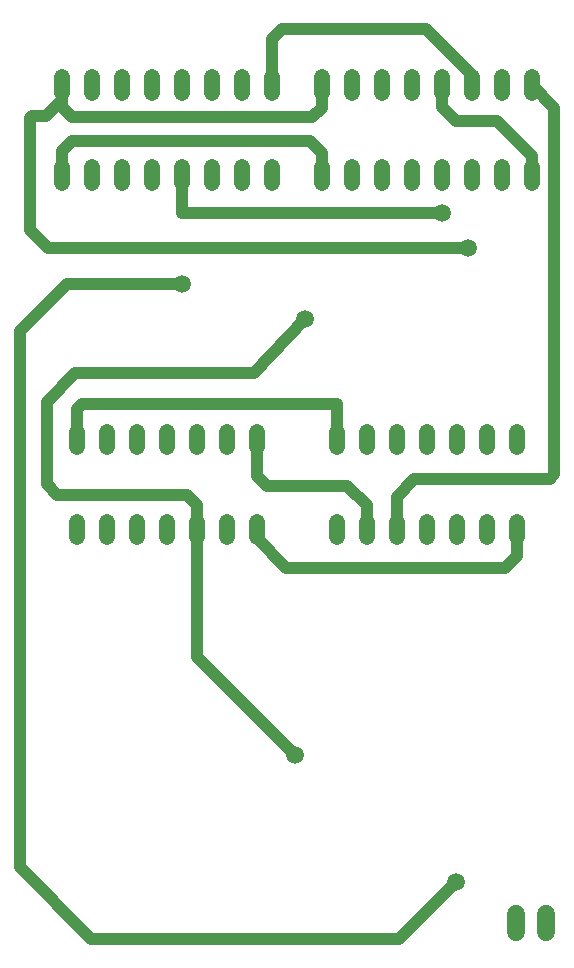
<source format=gbr>
G04 EAGLE Gerber RS-274X export*
G75*
%MOMM*%
%FSLAX34Y34*%
%LPD*%
%INBottom Copper*%
%IPPOS*%
%AMOC8*
5,1,8,0,0,1.08239X$1,22.5*%
G01*
%ADD10C,1.320800*%
%ADD11C,1.524000*%
%ADD12C,1.016000*%
%ADD13C,1.500000*%


D10*
X51100Y655296D02*
X51100Y668504D01*
X76500Y668504D02*
X76500Y655296D01*
X203500Y655296D02*
X203500Y668504D01*
X228900Y668504D02*
X228900Y655296D01*
X101900Y655296D02*
X101900Y668504D01*
X127300Y668504D02*
X127300Y655296D01*
X178100Y655296D02*
X178100Y668504D01*
X152700Y668504D02*
X152700Y655296D01*
X228900Y731496D02*
X228900Y744704D01*
X203500Y744704D02*
X203500Y731496D01*
X178100Y731496D02*
X178100Y744704D01*
X152700Y744704D02*
X152700Y731496D01*
X127300Y731496D02*
X127300Y744704D01*
X101900Y744704D02*
X101900Y731496D01*
X76500Y731496D02*
X76500Y744704D01*
X51100Y744704D02*
X51100Y731496D01*
X271100Y668504D02*
X271100Y655296D01*
X296500Y655296D02*
X296500Y668504D01*
X423500Y668504D02*
X423500Y655296D01*
X448900Y655296D02*
X448900Y668504D01*
X321900Y668504D02*
X321900Y655296D01*
X347300Y655296D02*
X347300Y668504D01*
X398100Y668504D02*
X398100Y655296D01*
X372700Y655296D02*
X372700Y668504D01*
X448900Y731496D02*
X448900Y744704D01*
X423500Y744704D02*
X423500Y731496D01*
X398100Y731496D02*
X398100Y744704D01*
X372700Y744704D02*
X372700Y731496D01*
X347300Y731496D02*
X347300Y744704D01*
X321900Y744704D02*
X321900Y731496D01*
X296500Y731496D02*
X296500Y744704D01*
X271100Y744704D02*
X271100Y731496D01*
X283800Y368504D02*
X283800Y355296D01*
X309200Y355296D02*
X309200Y368504D01*
X436200Y368504D02*
X436200Y355296D01*
X436200Y431496D02*
X436200Y444704D01*
X334600Y368504D02*
X334600Y355296D01*
X360000Y355296D02*
X360000Y368504D01*
X410800Y368504D02*
X410800Y355296D01*
X385400Y355296D02*
X385400Y368504D01*
X410800Y431496D02*
X410800Y444704D01*
X385400Y444704D02*
X385400Y431496D01*
X360000Y431496D02*
X360000Y444704D01*
X334600Y444704D02*
X334600Y431496D01*
X309200Y431496D02*
X309200Y444704D01*
X283800Y444704D02*
X283800Y431496D01*
X63800Y368504D02*
X63800Y355296D01*
X89200Y355296D02*
X89200Y368504D01*
X216200Y368504D02*
X216200Y355296D01*
X216200Y431496D02*
X216200Y444704D01*
X114600Y368504D02*
X114600Y355296D01*
X140000Y355296D02*
X140000Y368504D01*
X190800Y368504D02*
X190800Y355296D01*
X165400Y355296D02*
X165400Y368504D01*
X190800Y431496D02*
X190800Y444704D01*
X165400Y444704D02*
X165400Y431496D01*
X140000Y431496D02*
X140000Y444704D01*
X114600Y444704D02*
X114600Y431496D01*
X89200Y431496D02*
X89200Y444704D01*
X63800Y444704D02*
X63800Y431496D01*
D11*
X435600Y36120D02*
X435600Y20880D01*
X461000Y20880D02*
X461000Y36120D01*
D12*
X372700Y719800D02*
X372700Y738100D01*
X385000Y707500D02*
X419500Y707500D01*
X448900Y678100D01*
X448900Y661900D01*
X385000Y707500D02*
X372700Y719800D01*
X436200Y361900D02*
X436200Y339200D01*
X426500Y329500D01*
X241000Y329500D01*
X216200Y354300D02*
X216200Y361900D01*
X216200Y354300D02*
X241000Y329500D01*
D13*
X373000Y630000D03*
D12*
X153000Y630000D01*
X284300Y438600D02*
X283800Y438100D01*
X284300Y438600D02*
X284300Y468500D01*
X68000Y468500D02*
X63500Y464000D01*
X63500Y438400D01*
X63800Y438100D01*
X68000Y468500D02*
X284300Y468500D01*
D13*
X152500Y570000D03*
D12*
X55240Y570000D01*
X15240Y530000D01*
D13*
X385000Y63500D03*
D12*
X15240Y76000D02*
X15240Y530000D01*
X15240Y76000D02*
X76000Y15240D01*
X336740Y15240D01*
X385000Y63500D01*
X153000Y630000D02*
X152700Y630300D01*
X152700Y661900D01*
X228900Y738100D02*
X228900Y777600D01*
X237300Y786000D01*
X398100Y746900D02*
X398100Y738100D01*
X359000Y786000D02*
X237300Y786000D01*
X359000Y786000D02*
X398100Y746900D01*
X468000Y408500D02*
X464000Y404500D01*
X468000Y408500D02*
X468000Y719000D01*
X448900Y738100D01*
X464000Y404500D02*
X349500Y404500D01*
X334600Y389600D01*
X334600Y361900D01*
X51100Y719400D02*
X51100Y738100D01*
X51100Y719400D02*
X59500Y711000D01*
X263000Y711000D01*
X271100Y719100D02*
X271100Y738100D01*
X271100Y719100D02*
X263000Y711000D01*
D13*
X394500Y600000D03*
D12*
X51100Y720600D02*
X51100Y738100D01*
X39500Y600000D02*
X394500Y600000D01*
X24000Y615500D02*
X24000Y710500D01*
X25500Y712000D01*
X37500Y712000D01*
X51100Y725600D01*
X51100Y738100D01*
X24000Y615500D02*
X39500Y600000D01*
X216200Y438100D02*
X216200Y407300D01*
X224500Y399000D02*
X292500Y399000D01*
X309200Y382300D01*
X309200Y361900D01*
X224500Y399000D02*
X216200Y407300D01*
X51100Y661900D02*
X51100Y682100D01*
X59500Y690500D01*
X261000Y690500D01*
X271100Y680400D01*
X271100Y661900D01*
D13*
X257000Y540000D03*
D12*
X214000Y494000D01*
X62500Y494000D01*
X38000Y469500D01*
X38000Y400000D01*
X47000Y391000D01*
X165400Y382600D02*
X165400Y361900D01*
X157000Y391000D02*
X47000Y391000D01*
X157000Y391000D02*
X165400Y382600D01*
D13*
X248500Y171000D03*
D12*
X165500Y254000D01*
X165500Y361800D02*
X165400Y361900D01*
X165500Y361800D02*
X165500Y254000D01*
M02*

</source>
